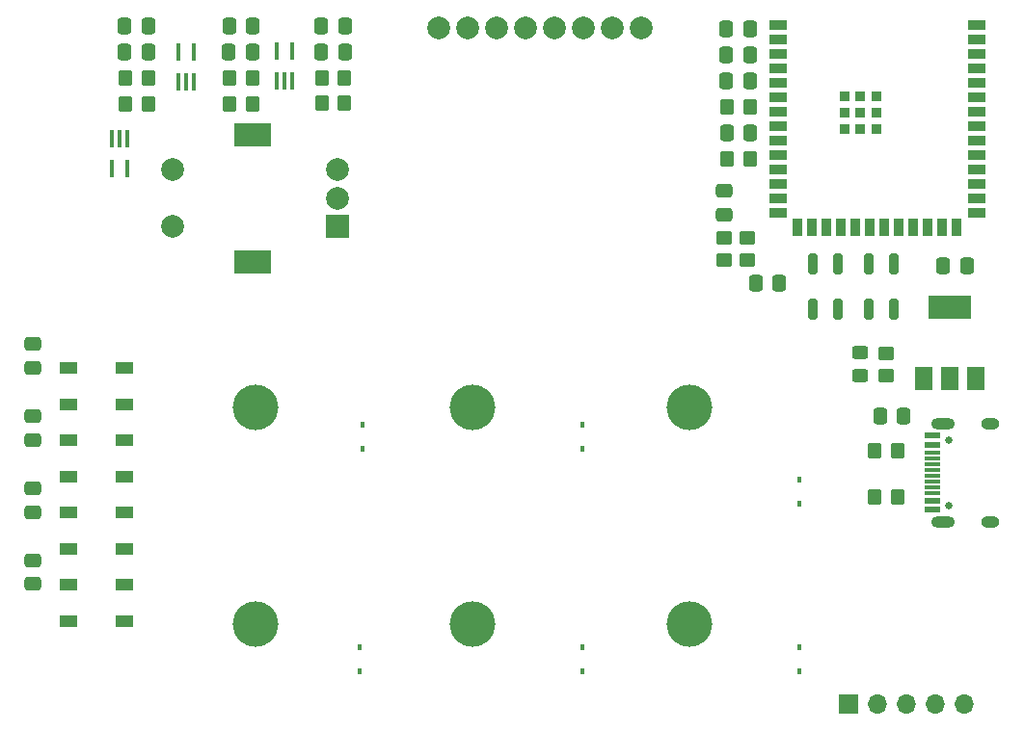
<source format=gbr>
%TF.GenerationSoftware,KiCad,Pcbnew,(6.0.4)*%
%TF.CreationDate,2022-05-01T16:05:16+08:00*%
%TF.ProjectId,S3_module,53335f6d-6f64-4756-9c65-2e6b69636164,rev?*%
%TF.SameCoordinates,Original*%
%TF.FileFunction,Soldermask,Top*%
%TF.FilePolarity,Negative*%
%FSLAX46Y46*%
G04 Gerber Fmt 4.6, Leading zero omitted, Abs format (unit mm)*
G04 Created by KiCad (PCBNEW (6.0.4)) date 2022-05-01 16:05:16*
%MOMM*%
%LPD*%
G01*
G04 APERTURE LIST*
G04 Aperture macros list*
%AMRoundRect*
0 Rectangle with rounded corners*
0 $1 Rounding radius*
0 $2 $3 $4 $5 $6 $7 $8 $9 X,Y pos of 4 corners*
0 Add a 4 corners polygon primitive as box body*
4,1,4,$2,$3,$4,$5,$6,$7,$8,$9,$2,$3,0*
0 Add four circle primitives for the rounded corners*
1,1,$1+$1,$2,$3*
1,1,$1+$1,$4,$5*
1,1,$1+$1,$6,$7*
1,1,$1+$1,$8,$9*
0 Add four rect primitives between the rounded corners*
20,1,$1+$1,$2,$3,$4,$5,0*
20,1,$1+$1,$4,$5,$6,$7,0*
20,1,$1+$1,$6,$7,$8,$9,0*
20,1,$1+$1,$8,$9,$2,$3,0*%
G04 Aperture macros list end*
%ADD10RoundRect,0.250000X-0.475000X0.337500X-0.475000X-0.337500X0.475000X-0.337500X0.475000X0.337500X0*%
%ADD11RoundRect,0.250000X0.450000X-0.350000X0.450000X0.350000X-0.450000X0.350000X-0.450000X-0.350000X0*%
%ADD12RoundRect,0.250000X-0.337500X-0.475000X0.337500X-0.475000X0.337500X0.475000X-0.337500X0.475000X0*%
%ADD13R,1.700000X1.700000*%
%ADD14O,1.700000X1.700000*%
%ADD15R,0.450000X0.600000*%
%ADD16C,4.000000*%
%ADD17RoundRect,0.200000X0.200000X-0.700000X0.200000X0.700000X-0.200000X0.700000X-0.200000X-0.700000X0*%
%ADD18RoundRect,0.250000X-0.350000X-0.450000X0.350000X-0.450000X0.350000X0.450000X-0.350000X0.450000X0*%
%ADD19C,2.000000*%
%ADD20R,0.400000X1.500000*%
%ADD21RoundRect,0.250000X0.475000X-0.337500X0.475000X0.337500X-0.475000X0.337500X-0.475000X-0.337500X0*%
%ADD22RoundRect,0.250000X0.337500X0.475000X-0.337500X0.475000X-0.337500X-0.475000X0.337500X-0.475000X0*%
%ADD23R,1.500000X1.000000*%
%ADD24RoundRect,0.250000X0.350000X0.450000X-0.350000X0.450000X-0.350000X-0.450000X0.350000X-0.450000X0*%
%ADD25R,2.000000X2.000000*%
%ADD26R,3.200000X2.000000*%
%ADD27R,1.500000X0.900000*%
%ADD28R,0.900000X1.500000*%
%ADD29R,0.900000X0.900000*%
%ADD30RoundRect,0.250000X0.450000X-0.325000X0.450000X0.325000X-0.450000X0.325000X-0.450000X-0.325000X0*%
%ADD31R,1.500000X2.000000*%
%ADD32R,3.800000X2.000000*%
%ADD33C,0.650000*%
%ADD34R,1.450000X0.600000*%
%ADD35R,1.450000X0.300000*%
%ADD36O,2.100000X1.000000*%
%ADD37O,1.600000X1.000000*%
G04 APERTURE END LIST*
D10*
%TO.C,C5*%
X94742000Y-132799000D03*
X94742000Y-134874000D03*
%TD*%
D11*
%TO.C,R5*%
X169672000Y-116570000D03*
X169672000Y-114570000D03*
%TD*%
D12*
%TO.C,C3*%
X155659000Y-90678000D03*
X157734000Y-90678000D03*
%TD*%
D13*
%TO.C,J2*%
X166375000Y-145415000D03*
D14*
X168915000Y-145415000D03*
X171455000Y-145415000D03*
X173995000Y-145415000D03*
X176535000Y-145415000D03*
%TD*%
D15*
%TO.C,D7*%
X123444000Y-142528000D03*
X123444000Y-140428000D03*
%TD*%
%TO.C,D6*%
X123698000Y-122970000D03*
X123698000Y-120870000D03*
%TD*%
D16*
%TO.C,SW4*%
X114300000Y-119380000D03*
%TD*%
D17*
%TO.C,SW2*%
X163288000Y-110696000D03*
X163288000Y-106696000D03*
X165438000Y-110696000D03*
X165438000Y-106696000D03*
%TD*%
D12*
%TO.C,C18*%
X102827000Y-85852000D03*
X104902000Y-85852000D03*
%TD*%
%TO.C,C14*%
X120099000Y-88138000D03*
X122174000Y-88138000D03*
%TD*%
D17*
%TO.C,SW1*%
X168180000Y-106696000D03*
X168180000Y-110696000D03*
X170330000Y-110696000D03*
X170330000Y-106696000D03*
%TD*%
D18*
%TO.C,R10*%
X102902000Y-90424000D03*
X104902000Y-90424000D03*
%TD*%
D19*
%TO.C,U6*%
X130429000Y-86020000D03*
X132969000Y-86020000D03*
X135509000Y-86020000D03*
X138049000Y-86020000D03*
X140589000Y-86020000D03*
X143129000Y-86020000D03*
X145669000Y-86020000D03*
X148209000Y-86020000D03*
%TD*%
D20*
%TO.C,U5*%
X103012000Y-95698000D03*
X102362000Y-95698000D03*
X101712000Y-95698000D03*
X101712000Y-98358000D03*
X103012000Y-98358000D03*
%TD*%
D18*
%TO.C,R2*%
X155734000Y-92964000D03*
X157734000Y-92964000D03*
%TD*%
D15*
%TO.C,D8*%
X143002000Y-122970000D03*
X143002000Y-120870000D03*
%TD*%
D11*
%TO.C,R6*%
X157480000Y-106410000D03*
X157480000Y-104410000D03*
%TD*%
D12*
%TO.C,C12*%
X158242000Y-108458000D03*
X160317000Y-108458000D03*
%TD*%
D10*
%TO.C,C9*%
X94742000Y-120120500D03*
X94742000Y-122195500D03*
%TD*%
D21*
%TO.C,C11*%
X155448000Y-102383500D03*
X155448000Y-100308500D03*
%TD*%
D12*
%TO.C,C16*%
X111987000Y-85852000D03*
X114062000Y-85852000D03*
%TD*%
D22*
%TO.C,C2*%
X157734000Y-88392000D03*
X155659000Y-88392000D03*
%TD*%
D23*
%TO.C,D2*%
X97880000Y-122225000D03*
X97880000Y-125425000D03*
X102780000Y-125425000D03*
X102780000Y-122225000D03*
%TD*%
D22*
%TO.C,C1*%
X157755500Y-95250000D03*
X155680500Y-95250000D03*
%TD*%
D18*
%TO.C,R8*%
X112046000Y-90424000D03*
X114046000Y-90424000D03*
%TD*%
D10*
%TO.C,C7*%
X94742000Y-113770500D03*
X94742000Y-115845500D03*
%TD*%
D22*
%TO.C,C4*%
X157734000Y-86106000D03*
X155659000Y-86106000D03*
%TD*%
D11*
%TO.C,R7*%
X155448000Y-106410000D03*
X155448000Y-104410000D03*
%TD*%
D20*
%TO.C,U3*%
X107554000Y-90738000D03*
X108204000Y-90738000D03*
X108854000Y-90738000D03*
X108854000Y-88078000D03*
X107554000Y-88078000D03*
%TD*%
D24*
%TO.C,R4*%
X170688000Y-123190000D03*
X168688000Y-123190000D03*
%TD*%
D12*
%TO.C,C15*%
X102827000Y-88138000D03*
X104902000Y-88138000D03*
%TD*%
D18*
%TO.C,R9*%
X120136500Y-90424000D03*
X122136500Y-90424000D03*
%TD*%
D23*
%TO.C,D1*%
X97880000Y-115875000D03*
X97880000Y-119075000D03*
X102780000Y-119075000D03*
X102780000Y-115875000D03*
%TD*%
%TO.C,D4*%
X97880000Y-128575000D03*
X97880000Y-131775000D03*
X102780000Y-131775000D03*
X102780000Y-128575000D03*
%TD*%
D16*
%TO.C,SW9*%
X152400000Y-138430000D03*
%TD*%
D25*
%TO.C,SW3*%
X121550000Y-103465000D03*
D19*
X121550000Y-98465000D03*
X121550000Y-100965000D03*
D26*
X114050000Y-106565000D03*
X114050000Y-95365000D03*
D19*
X107050000Y-98465000D03*
X107050000Y-103465000D03*
%TD*%
D15*
%TO.C,D9*%
X143002000Y-142528000D03*
X143002000Y-140428000D03*
%TD*%
D16*
%TO.C,SW6*%
X133350000Y-119380000D03*
%TD*%
D27*
%TO.C,U2*%
X160160000Y-85720000D03*
X160160000Y-86990000D03*
X160160000Y-88260000D03*
X160160000Y-89530000D03*
X160160000Y-90800000D03*
X160160000Y-92070000D03*
X160160000Y-93340000D03*
X160160000Y-94610000D03*
X160160000Y-95880000D03*
X160160000Y-97150000D03*
X160160000Y-98420000D03*
X160160000Y-99690000D03*
X160160000Y-100960000D03*
X160160000Y-102230000D03*
D28*
X161925000Y-103480000D03*
X163195000Y-103480000D03*
X164465000Y-103480000D03*
X165735000Y-103480000D03*
X167005000Y-103480000D03*
X168275000Y-103480000D03*
X169545000Y-103480000D03*
X170815000Y-103480000D03*
X172085000Y-103480000D03*
X173355000Y-103480000D03*
X174625000Y-103480000D03*
X175895000Y-103480000D03*
D27*
X177660000Y-102230000D03*
X177660000Y-100960000D03*
X177660000Y-99690000D03*
X177660000Y-98420000D03*
X177660000Y-97150000D03*
X177660000Y-95880000D03*
X177660000Y-94610000D03*
X177660000Y-93340000D03*
X177660000Y-92070000D03*
X177660000Y-90800000D03*
X177660000Y-89530000D03*
X177660000Y-88260000D03*
X177660000Y-86990000D03*
X177660000Y-85720000D03*
D29*
X168810000Y-94840000D03*
X167410000Y-93440000D03*
X166010000Y-92040000D03*
X168810000Y-92040000D03*
X166010000Y-94840000D03*
X167410000Y-94840000D03*
X167410000Y-92040000D03*
X166010000Y-93440000D03*
X168810000Y-93440000D03*
%TD*%
D24*
%TO.C,R13*%
X104902000Y-92710000D03*
X102902000Y-92710000D03*
%TD*%
D12*
%TO.C,C17*%
X120099000Y-85852000D03*
X122174000Y-85852000D03*
%TD*%
D24*
%TO.C,R12*%
X122136500Y-92583000D03*
X120136500Y-92583000D03*
%TD*%
D18*
%TO.C,R1*%
X155718000Y-97536000D03*
X157718000Y-97536000D03*
%TD*%
D24*
%TO.C,R3*%
X170688000Y-127254000D03*
X168688000Y-127254000D03*
%TD*%
D15*
%TO.C,D10*%
X162052000Y-127796000D03*
X162052000Y-125696000D03*
%TD*%
D24*
%TO.C,R11*%
X114046000Y-92710000D03*
X112046000Y-92710000D03*
%TD*%
D10*
%TO.C,C10*%
X94742000Y-126470500D03*
X94742000Y-128545500D03*
%TD*%
D16*
%TO.C,SW7*%
X133350000Y-138430000D03*
%TD*%
D12*
%TO.C,C13*%
X111971000Y-88138000D03*
X114046000Y-88138000D03*
%TD*%
D30*
%TO.C,D3*%
X167386000Y-116595000D03*
X167386000Y-114545000D03*
%TD*%
D22*
%TO.C,C6*%
X171217500Y-120142000D03*
X169142500Y-120142000D03*
%TD*%
D23*
%TO.C,D5*%
X97880000Y-134925000D03*
X97880000Y-138125000D03*
X102780000Y-138125000D03*
X102780000Y-134925000D03*
%TD*%
D20*
%TO.C,U4*%
X116190000Y-90678000D03*
X116840000Y-90678000D03*
X117490000Y-90678000D03*
X117490000Y-88018000D03*
X116190000Y-88018000D03*
%TD*%
D31*
%TO.C,U1*%
X172960000Y-116815000D03*
D32*
X175260000Y-110515000D03*
D31*
X175260000Y-116815000D03*
X177560000Y-116815000D03*
%TD*%
D33*
%TO.C,J1*%
X175200000Y-127985000D03*
X175200000Y-122205000D03*
D34*
X173755000Y-128345000D03*
X173755000Y-127545000D03*
D35*
X173755000Y-126345000D03*
X173755000Y-125345000D03*
X173755000Y-124845000D03*
X173755000Y-123845000D03*
D34*
X173755000Y-122645000D03*
X173755000Y-121845000D03*
X173755000Y-121845000D03*
X173755000Y-122645000D03*
D35*
X173755000Y-123345000D03*
X173755000Y-124345000D03*
X173755000Y-125845000D03*
X173755000Y-126845000D03*
D34*
X173755000Y-127545000D03*
X173755000Y-128345000D03*
D36*
X174670000Y-120775000D03*
X174670000Y-129415000D03*
D37*
X178850000Y-120775000D03*
X178850000Y-129415000D03*
%TD*%
D16*
%TO.C,SW5*%
X114300000Y-138430000D03*
%TD*%
D15*
%TO.C,D11*%
X162052000Y-142528000D03*
X162052000Y-140428000D03*
%TD*%
D22*
%TO.C,C8*%
X176784000Y-106934000D03*
X174709000Y-106934000D03*
%TD*%
D16*
%TO.C,SW8*%
X152400000Y-119380000D03*
%TD*%
M02*

</source>
